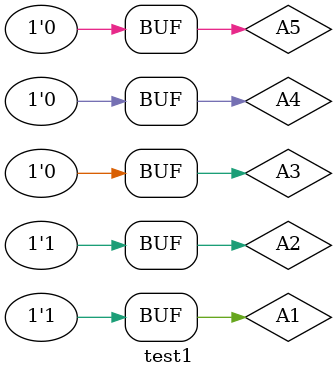
<source format=v>
`timescale 1ns / 1ps


module test1;

	// Inputs
	reg A1;
	reg A2;
	reg A3;
	reg A4;
	reg A5;

	// Outputs
	wire OUT;

	// Instantiate the Unit Under Test (UUT)
	five uut (
		.A1(A1), 
		.A2(A2), 
		.A3(A3), 
		.A4(A4), 
		.A5(A5), 
		.OUT(OUT)
	);

	initial begin
		// Initialize Inputs
		A1 = 0;
		A2 = 0;
		A3 = 0;
		A4 = 0;
		A5 = 0;

		// Wait 100 ns for global reset to finish
		#100;
      A1 = 1;
		A2= 1;
		A3=0;
		A4=0;
		A5=0;
		// Add stimulus here

	end
      
endmodule


</source>
